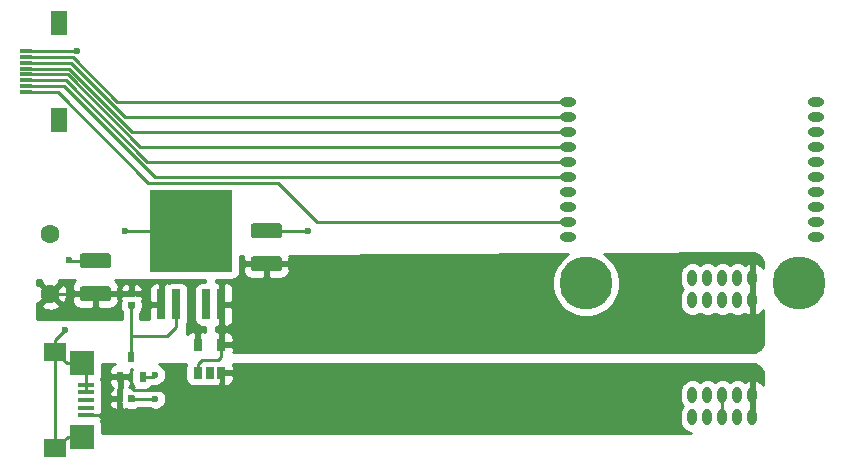
<source format=gbr>
G04 #@! TF.GenerationSoftware,KiCad,Pcbnew,(5.1.4)-1*
G04 #@! TF.CreationDate,2019-11-08T16:07:48+09:00*
G04 #@! TF.ProjectId,signaltowr_hikarikensyutu,7369676e-616c-4746-9f77-725f68696b61,rev?*
G04 #@! TF.SameCoordinates,Original*
G04 #@! TF.FileFunction,Copper,L1,Top*
G04 #@! TF.FilePolarity,Positive*
%FSLAX46Y46*%
G04 Gerber Fmt 4.6, Leading zero omitted, Abs format (unit mm)*
G04 Created by KiCad (PCBNEW (5.1.4)-1) date 2019-11-08 16:07:48*
%MOMM*%
%LPD*%
G04 APERTURE LIST*
%ADD10R,0.600000X0.900000*%
%ADD11C,0.100000*%
%ADD12C,0.590000*%
%ADD13C,4.500000*%
%ADD14O,0.800000X1.400000*%
%ADD15O,1.400000X0.800000*%
%ADD16R,7.000000X7.000000*%
%ADD17R,0.760000X2.500000*%
%ADD18R,1.050000X0.350000*%
%ADD19R,1.350000X2.000000*%
%ADD20C,1.600000*%
%ADD21R,1.350000X0.400000*%
%ADD22R,1.900000X1.600000*%
%ADD23R,2.000000X2.100000*%
%ADD24R,0.800000X1.000000*%
%ADD25R,0.700000X1.000000*%
%ADD26C,1.250000*%
%ADD27C,0.600000*%
%ADD28C,0.250000*%
%ADD29C,0.254000*%
G04 APERTURE END LIST*
D10*
X102108000Y-88138000D03*
X103058000Y-89838000D03*
X101158000Y-89838000D03*
D11*
G36*
X102294958Y-83479710D02*
G01*
X102309276Y-83481834D01*
X102323317Y-83485351D01*
X102336946Y-83490228D01*
X102350031Y-83496417D01*
X102362447Y-83503858D01*
X102374073Y-83512481D01*
X102384798Y-83522202D01*
X102394519Y-83532927D01*
X102403142Y-83544553D01*
X102410583Y-83556969D01*
X102416772Y-83570054D01*
X102421649Y-83583683D01*
X102425166Y-83597724D01*
X102427290Y-83612042D01*
X102428000Y-83626500D01*
X102428000Y-83921500D01*
X102427290Y-83935958D01*
X102425166Y-83950276D01*
X102421649Y-83964317D01*
X102416772Y-83977946D01*
X102410583Y-83991031D01*
X102403142Y-84003447D01*
X102394519Y-84015073D01*
X102384798Y-84025798D01*
X102374073Y-84035519D01*
X102362447Y-84044142D01*
X102350031Y-84051583D01*
X102336946Y-84057772D01*
X102323317Y-84062649D01*
X102309276Y-84066166D01*
X102294958Y-84068290D01*
X102280500Y-84069000D01*
X101935500Y-84069000D01*
X101921042Y-84068290D01*
X101906724Y-84066166D01*
X101892683Y-84062649D01*
X101879054Y-84057772D01*
X101865969Y-84051583D01*
X101853553Y-84044142D01*
X101841927Y-84035519D01*
X101831202Y-84025798D01*
X101821481Y-84015073D01*
X101812858Y-84003447D01*
X101805417Y-83991031D01*
X101799228Y-83977946D01*
X101794351Y-83964317D01*
X101790834Y-83950276D01*
X101788710Y-83935958D01*
X101788000Y-83921500D01*
X101788000Y-83626500D01*
X101788710Y-83612042D01*
X101790834Y-83597724D01*
X101794351Y-83583683D01*
X101799228Y-83570054D01*
X101805417Y-83556969D01*
X101812858Y-83544553D01*
X101821481Y-83532927D01*
X101831202Y-83522202D01*
X101841927Y-83512481D01*
X101853553Y-83503858D01*
X101865969Y-83496417D01*
X101879054Y-83490228D01*
X101892683Y-83485351D01*
X101906724Y-83481834D01*
X101921042Y-83479710D01*
X101935500Y-83479000D01*
X102280500Y-83479000D01*
X102294958Y-83479710D01*
X102294958Y-83479710D01*
G37*
D12*
X102108000Y-83774000D03*
D11*
G36*
X102294958Y-82509710D02*
G01*
X102309276Y-82511834D01*
X102323317Y-82515351D01*
X102336946Y-82520228D01*
X102350031Y-82526417D01*
X102362447Y-82533858D01*
X102374073Y-82542481D01*
X102384798Y-82552202D01*
X102394519Y-82562927D01*
X102403142Y-82574553D01*
X102410583Y-82586969D01*
X102416772Y-82600054D01*
X102421649Y-82613683D01*
X102425166Y-82627724D01*
X102427290Y-82642042D01*
X102428000Y-82656500D01*
X102428000Y-82951500D01*
X102427290Y-82965958D01*
X102425166Y-82980276D01*
X102421649Y-82994317D01*
X102416772Y-83007946D01*
X102410583Y-83021031D01*
X102403142Y-83033447D01*
X102394519Y-83045073D01*
X102384798Y-83055798D01*
X102374073Y-83065519D01*
X102362447Y-83074142D01*
X102350031Y-83081583D01*
X102336946Y-83087772D01*
X102323317Y-83092649D01*
X102309276Y-83096166D01*
X102294958Y-83098290D01*
X102280500Y-83099000D01*
X101935500Y-83099000D01*
X101921042Y-83098290D01*
X101906724Y-83096166D01*
X101892683Y-83092649D01*
X101879054Y-83087772D01*
X101865969Y-83081583D01*
X101853553Y-83074142D01*
X101841927Y-83065519D01*
X101831202Y-83055798D01*
X101821481Y-83045073D01*
X101812858Y-83033447D01*
X101805417Y-83021031D01*
X101799228Y-83007946D01*
X101794351Y-82994317D01*
X101790834Y-82980276D01*
X101788710Y-82965958D01*
X101788000Y-82951500D01*
X101788000Y-82656500D01*
X101788710Y-82642042D01*
X101790834Y-82627724D01*
X101794351Y-82613683D01*
X101799228Y-82600054D01*
X101805417Y-82586969D01*
X101812858Y-82574553D01*
X101821481Y-82562927D01*
X101831202Y-82552202D01*
X101841927Y-82542481D01*
X101853553Y-82533858D01*
X101865969Y-82526417D01*
X101879054Y-82520228D01*
X101892683Y-82515351D01*
X101906724Y-82511834D01*
X101921042Y-82509710D01*
X101935500Y-82509000D01*
X102280500Y-82509000D01*
X102294958Y-82509710D01*
X102294958Y-82509710D01*
G37*
D12*
X102108000Y-82804000D03*
D13*
X140606000Y-81923000D03*
X158606000Y-81923000D03*
D14*
X149606000Y-81463000D03*
X150876000Y-81463000D03*
X152146000Y-81463000D03*
X153416000Y-81463000D03*
X154686000Y-81463000D03*
X149606000Y-83383000D03*
X150876000Y-83383000D03*
X152146000Y-83383000D03*
X153416000Y-83383000D03*
X154686000Y-83383000D03*
D15*
X160091000Y-77978000D03*
X160091000Y-76708000D03*
X160091000Y-75438000D03*
X160091000Y-74168000D03*
X160091000Y-72898000D03*
X160091000Y-71628000D03*
X160091000Y-70358000D03*
X160091000Y-69088000D03*
X139121000Y-77978000D03*
X139121000Y-76708000D03*
X139121000Y-75438000D03*
X139121000Y-74168000D03*
X139121000Y-72898000D03*
X139121000Y-71628000D03*
X139121000Y-70358000D03*
X139121000Y-69088000D03*
X139121000Y-67818000D03*
X139121000Y-66548000D03*
X160091000Y-67818000D03*
X160091000Y-66548000D03*
D16*
X107188000Y-77470000D03*
D17*
X105918000Y-83720000D03*
X104648000Y-83720000D03*
X109728000Y-83720000D03*
X108458000Y-83720000D03*
D11*
G36*
X102269958Y-91374710D02*
G01*
X102284276Y-91376834D01*
X102298317Y-91380351D01*
X102311946Y-91385228D01*
X102325031Y-91391417D01*
X102337447Y-91398858D01*
X102349073Y-91407481D01*
X102359798Y-91417202D01*
X102369519Y-91427927D01*
X102378142Y-91439553D01*
X102385583Y-91451969D01*
X102391772Y-91465054D01*
X102396649Y-91478683D01*
X102400166Y-91492724D01*
X102402290Y-91507042D01*
X102403000Y-91521500D01*
X102403000Y-91866500D01*
X102402290Y-91880958D01*
X102400166Y-91895276D01*
X102396649Y-91909317D01*
X102391772Y-91922946D01*
X102385583Y-91936031D01*
X102378142Y-91948447D01*
X102369519Y-91960073D01*
X102359798Y-91970798D01*
X102349073Y-91980519D01*
X102337447Y-91989142D01*
X102325031Y-91996583D01*
X102311946Y-92002772D01*
X102298317Y-92007649D01*
X102284276Y-92011166D01*
X102269958Y-92013290D01*
X102255500Y-92014000D01*
X101960500Y-92014000D01*
X101946042Y-92013290D01*
X101931724Y-92011166D01*
X101917683Y-92007649D01*
X101904054Y-92002772D01*
X101890969Y-91996583D01*
X101878553Y-91989142D01*
X101866927Y-91980519D01*
X101856202Y-91970798D01*
X101846481Y-91960073D01*
X101837858Y-91948447D01*
X101830417Y-91936031D01*
X101824228Y-91922946D01*
X101819351Y-91909317D01*
X101815834Y-91895276D01*
X101813710Y-91880958D01*
X101813000Y-91866500D01*
X101813000Y-91521500D01*
X101813710Y-91507042D01*
X101815834Y-91492724D01*
X101819351Y-91478683D01*
X101824228Y-91465054D01*
X101830417Y-91451969D01*
X101837858Y-91439553D01*
X101846481Y-91427927D01*
X101856202Y-91417202D01*
X101866927Y-91407481D01*
X101878553Y-91398858D01*
X101890969Y-91391417D01*
X101904054Y-91385228D01*
X101917683Y-91380351D01*
X101931724Y-91376834D01*
X101946042Y-91374710D01*
X101960500Y-91374000D01*
X102255500Y-91374000D01*
X102269958Y-91374710D01*
X102269958Y-91374710D01*
G37*
D12*
X102108000Y-91694000D03*
D11*
G36*
X101299958Y-91374710D02*
G01*
X101314276Y-91376834D01*
X101328317Y-91380351D01*
X101341946Y-91385228D01*
X101355031Y-91391417D01*
X101367447Y-91398858D01*
X101379073Y-91407481D01*
X101389798Y-91417202D01*
X101399519Y-91427927D01*
X101408142Y-91439553D01*
X101415583Y-91451969D01*
X101421772Y-91465054D01*
X101426649Y-91478683D01*
X101430166Y-91492724D01*
X101432290Y-91507042D01*
X101433000Y-91521500D01*
X101433000Y-91866500D01*
X101432290Y-91880958D01*
X101430166Y-91895276D01*
X101426649Y-91909317D01*
X101421772Y-91922946D01*
X101415583Y-91936031D01*
X101408142Y-91948447D01*
X101399519Y-91960073D01*
X101389798Y-91970798D01*
X101379073Y-91980519D01*
X101367447Y-91989142D01*
X101355031Y-91996583D01*
X101341946Y-92002772D01*
X101328317Y-92007649D01*
X101314276Y-92011166D01*
X101299958Y-92013290D01*
X101285500Y-92014000D01*
X100990500Y-92014000D01*
X100976042Y-92013290D01*
X100961724Y-92011166D01*
X100947683Y-92007649D01*
X100934054Y-92002772D01*
X100920969Y-91996583D01*
X100908553Y-91989142D01*
X100896927Y-91980519D01*
X100886202Y-91970798D01*
X100876481Y-91960073D01*
X100867858Y-91948447D01*
X100860417Y-91936031D01*
X100854228Y-91922946D01*
X100849351Y-91909317D01*
X100845834Y-91895276D01*
X100843710Y-91880958D01*
X100843000Y-91866500D01*
X100843000Y-91521500D01*
X100843710Y-91507042D01*
X100845834Y-91492724D01*
X100849351Y-91478683D01*
X100854228Y-91465054D01*
X100860417Y-91451969D01*
X100867858Y-91439553D01*
X100876481Y-91427927D01*
X100886202Y-91417202D01*
X100896927Y-91407481D01*
X100908553Y-91398858D01*
X100920969Y-91391417D01*
X100934054Y-91385228D01*
X100947683Y-91380351D01*
X100961724Y-91376834D01*
X100976042Y-91374710D01*
X100990500Y-91374000D01*
X101285500Y-91374000D01*
X101299958Y-91374710D01*
X101299958Y-91374710D01*
G37*
D12*
X101138000Y-91694000D03*
D14*
X149606000Y-91369000D03*
X150876000Y-91369000D03*
X152146000Y-91369000D03*
X153416000Y-91369000D03*
X154686000Y-91369000D03*
X154686000Y-93289000D03*
X149606000Y-93289000D03*
X150876000Y-93289000D03*
X153416000Y-93289000D03*
X152146000Y-93289000D03*
D18*
X93218000Y-65746000D03*
X93218000Y-65246000D03*
X93218000Y-64746000D03*
X93218000Y-64246000D03*
X93218000Y-62246000D03*
X93218000Y-62746000D03*
X93218000Y-63246000D03*
X93218000Y-63746000D03*
D19*
X95968000Y-59896000D03*
X95968000Y-68096000D03*
D20*
X95250000Y-77724000D03*
X95250000Y-82804000D03*
D21*
X98298000Y-91156000D03*
X98298000Y-91806000D03*
X98298000Y-92456000D03*
X98298000Y-90506000D03*
D22*
X95623000Y-95906000D03*
D23*
X97973000Y-94906000D03*
D22*
X95623000Y-87706000D03*
D21*
X98298000Y-93106000D03*
D23*
X97973000Y-88706000D03*
D24*
X107728000Y-87122000D03*
X109728000Y-87122000D03*
X109728000Y-89522000D03*
X107728000Y-89522000D03*
D25*
X108728000Y-89522000D03*
D11*
G36*
X114637504Y-76840204D02*
G01*
X114661773Y-76843804D01*
X114685571Y-76849765D01*
X114708671Y-76858030D01*
X114730849Y-76868520D01*
X114751893Y-76881133D01*
X114771598Y-76895747D01*
X114789777Y-76912223D01*
X114806253Y-76930402D01*
X114820867Y-76950107D01*
X114833480Y-76971151D01*
X114843970Y-76993329D01*
X114852235Y-77016429D01*
X114858196Y-77040227D01*
X114861796Y-77064496D01*
X114863000Y-77089000D01*
X114863000Y-77839000D01*
X114861796Y-77863504D01*
X114858196Y-77887773D01*
X114852235Y-77911571D01*
X114843970Y-77934671D01*
X114833480Y-77956849D01*
X114820867Y-77977893D01*
X114806253Y-77997598D01*
X114789777Y-78015777D01*
X114771598Y-78032253D01*
X114751893Y-78046867D01*
X114730849Y-78059480D01*
X114708671Y-78069970D01*
X114685571Y-78078235D01*
X114661773Y-78084196D01*
X114637504Y-78087796D01*
X114613000Y-78089000D01*
X112463000Y-78089000D01*
X112438496Y-78087796D01*
X112414227Y-78084196D01*
X112390429Y-78078235D01*
X112367329Y-78069970D01*
X112345151Y-78059480D01*
X112324107Y-78046867D01*
X112304402Y-78032253D01*
X112286223Y-78015777D01*
X112269747Y-77997598D01*
X112255133Y-77977893D01*
X112242520Y-77956849D01*
X112232030Y-77934671D01*
X112223765Y-77911571D01*
X112217804Y-77887773D01*
X112214204Y-77863504D01*
X112213000Y-77839000D01*
X112213000Y-77089000D01*
X112214204Y-77064496D01*
X112217804Y-77040227D01*
X112223765Y-77016429D01*
X112232030Y-76993329D01*
X112242520Y-76971151D01*
X112255133Y-76950107D01*
X112269747Y-76930402D01*
X112286223Y-76912223D01*
X112304402Y-76895747D01*
X112324107Y-76881133D01*
X112345151Y-76868520D01*
X112367329Y-76858030D01*
X112390429Y-76849765D01*
X112414227Y-76843804D01*
X112438496Y-76840204D01*
X112463000Y-76839000D01*
X114613000Y-76839000D01*
X114637504Y-76840204D01*
X114637504Y-76840204D01*
G37*
D26*
X113538000Y-77464000D03*
D11*
G36*
X114637504Y-79640204D02*
G01*
X114661773Y-79643804D01*
X114685571Y-79649765D01*
X114708671Y-79658030D01*
X114730849Y-79668520D01*
X114751893Y-79681133D01*
X114771598Y-79695747D01*
X114789777Y-79712223D01*
X114806253Y-79730402D01*
X114820867Y-79750107D01*
X114833480Y-79771151D01*
X114843970Y-79793329D01*
X114852235Y-79816429D01*
X114858196Y-79840227D01*
X114861796Y-79864496D01*
X114863000Y-79889000D01*
X114863000Y-80639000D01*
X114861796Y-80663504D01*
X114858196Y-80687773D01*
X114852235Y-80711571D01*
X114843970Y-80734671D01*
X114833480Y-80756849D01*
X114820867Y-80777893D01*
X114806253Y-80797598D01*
X114789777Y-80815777D01*
X114771598Y-80832253D01*
X114751893Y-80846867D01*
X114730849Y-80859480D01*
X114708671Y-80869970D01*
X114685571Y-80878235D01*
X114661773Y-80884196D01*
X114637504Y-80887796D01*
X114613000Y-80889000D01*
X112463000Y-80889000D01*
X112438496Y-80887796D01*
X112414227Y-80884196D01*
X112390429Y-80878235D01*
X112367329Y-80869970D01*
X112345151Y-80859480D01*
X112324107Y-80846867D01*
X112304402Y-80832253D01*
X112286223Y-80815777D01*
X112269747Y-80797598D01*
X112255133Y-80777893D01*
X112242520Y-80756849D01*
X112232030Y-80734671D01*
X112223765Y-80711571D01*
X112217804Y-80687773D01*
X112214204Y-80663504D01*
X112213000Y-80639000D01*
X112213000Y-79889000D01*
X112214204Y-79864496D01*
X112217804Y-79840227D01*
X112223765Y-79816429D01*
X112232030Y-79793329D01*
X112242520Y-79771151D01*
X112255133Y-79750107D01*
X112269747Y-79730402D01*
X112286223Y-79712223D01*
X112304402Y-79695747D01*
X112324107Y-79681133D01*
X112345151Y-79668520D01*
X112367329Y-79658030D01*
X112390429Y-79649765D01*
X112414227Y-79643804D01*
X112438496Y-79640204D01*
X112463000Y-79639000D01*
X114613000Y-79639000D01*
X114637504Y-79640204D01*
X114637504Y-79640204D01*
G37*
D26*
X113538000Y-80264000D03*
D11*
G36*
X100159504Y-79380204D02*
G01*
X100183773Y-79383804D01*
X100207571Y-79389765D01*
X100230671Y-79398030D01*
X100252849Y-79408520D01*
X100273893Y-79421133D01*
X100293598Y-79435747D01*
X100311777Y-79452223D01*
X100328253Y-79470402D01*
X100342867Y-79490107D01*
X100355480Y-79511151D01*
X100365970Y-79533329D01*
X100374235Y-79556429D01*
X100380196Y-79580227D01*
X100383796Y-79604496D01*
X100385000Y-79629000D01*
X100385000Y-80379000D01*
X100383796Y-80403504D01*
X100380196Y-80427773D01*
X100374235Y-80451571D01*
X100365970Y-80474671D01*
X100355480Y-80496849D01*
X100342867Y-80517893D01*
X100328253Y-80537598D01*
X100311777Y-80555777D01*
X100293598Y-80572253D01*
X100273893Y-80586867D01*
X100252849Y-80599480D01*
X100230671Y-80609970D01*
X100207571Y-80618235D01*
X100183773Y-80624196D01*
X100159504Y-80627796D01*
X100135000Y-80629000D01*
X97985000Y-80629000D01*
X97960496Y-80627796D01*
X97936227Y-80624196D01*
X97912429Y-80618235D01*
X97889329Y-80609970D01*
X97867151Y-80599480D01*
X97846107Y-80586867D01*
X97826402Y-80572253D01*
X97808223Y-80555777D01*
X97791747Y-80537598D01*
X97777133Y-80517893D01*
X97764520Y-80496849D01*
X97754030Y-80474671D01*
X97745765Y-80451571D01*
X97739804Y-80427773D01*
X97736204Y-80403504D01*
X97735000Y-80379000D01*
X97735000Y-79629000D01*
X97736204Y-79604496D01*
X97739804Y-79580227D01*
X97745765Y-79556429D01*
X97754030Y-79533329D01*
X97764520Y-79511151D01*
X97777133Y-79490107D01*
X97791747Y-79470402D01*
X97808223Y-79452223D01*
X97826402Y-79435747D01*
X97846107Y-79421133D01*
X97867151Y-79408520D01*
X97889329Y-79398030D01*
X97912429Y-79389765D01*
X97936227Y-79383804D01*
X97960496Y-79380204D01*
X97985000Y-79379000D01*
X100135000Y-79379000D01*
X100159504Y-79380204D01*
X100159504Y-79380204D01*
G37*
D26*
X99060000Y-80004000D03*
D11*
G36*
X100159504Y-82180204D02*
G01*
X100183773Y-82183804D01*
X100207571Y-82189765D01*
X100230671Y-82198030D01*
X100252849Y-82208520D01*
X100273893Y-82221133D01*
X100293598Y-82235747D01*
X100311777Y-82252223D01*
X100328253Y-82270402D01*
X100342867Y-82290107D01*
X100355480Y-82311151D01*
X100365970Y-82333329D01*
X100374235Y-82356429D01*
X100380196Y-82380227D01*
X100383796Y-82404496D01*
X100385000Y-82429000D01*
X100385000Y-83179000D01*
X100383796Y-83203504D01*
X100380196Y-83227773D01*
X100374235Y-83251571D01*
X100365970Y-83274671D01*
X100355480Y-83296849D01*
X100342867Y-83317893D01*
X100328253Y-83337598D01*
X100311777Y-83355777D01*
X100293598Y-83372253D01*
X100273893Y-83386867D01*
X100252849Y-83399480D01*
X100230671Y-83409970D01*
X100207571Y-83418235D01*
X100183773Y-83424196D01*
X100159504Y-83427796D01*
X100135000Y-83429000D01*
X97985000Y-83429000D01*
X97960496Y-83427796D01*
X97936227Y-83424196D01*
X97912429Y-83418235D01*
X97889329Y-83409970D01*
X97867151Y-83399480D01*
X97846107Y-83386867D01*
X97826402Y-83372253D01*
X97808223Y-83355777D01*
X97791747Y-83337598D01*
X97777133Y-83317893D01*
X97764520Y-83296849D01*
X97754030Y-83274671D01*
X97745765Y-83251571D01*
X97739804Y-83227773D01*
X97736204Y-83203504D01*
X97735000Y-83179000D01*
X97735000Y-82429000D01*
X97736204Y-82404496D01*
X97739804Y-82380227D01*
X97745765Y-82356429D01*
X97754030Y-82333329D01*
X97764520Y-82311151D01*
X97777133Y-82290107D01*
X97791747Y-82270402D01*
X97808223Y-82252223D01*
X97826402Y-82235747D01*
X97846107Y-82221133D01*
X97867151Y-82208520D01*
X97889329Y-82198030D01*
X97912429Y-82189765D01*
X97936227Y-82183804D01*
X97960496Y-82180204D01*
X97985000Y-82179000D01*
X100135000Y-82179000D01*
X100159504Y-82180204D01*
X100159504Y-82180204D01*
G37*
D26*
X99060000Y-82804000D03*
D27*
X97536000Y-62230000D03*
X96520000Y-85852000D03*
X96819999Y-79964001D03*
X104140000Y-89662000D03*
X104140000Y-91694000D03*
X101600000Y-77470000D03*
X117094000Y-77470000D03*
D28*
X99060000Y-82804000D02*
X102108000Y-82804000D01*
X102108000Y-82804000D02*
X102870000Y-82804000D01*
X103786000Y-83720000D02*
X104648000Y-83720000D01*
X102870000Y-82804000D02*
X103786000Y-83720000D01*
X104648000Y-82220000D02*
X105080000Y-81788000D01*
X104648000Y-83720000D02*
X104648000Y-82220000D01*
X105080000Y-81788000D02*
X106934000Y-81788000D01*
X106934000Y-81788000D02*
X107188000Y-82042000D01*
X107188000Y-82042000D02*
X107188000Y-85598000D01*
X107728000Y-86138000D02*
X107728000Y-87122000D01*
X107188000Y-85598000D02*
X107728000Y-86138000D01*
X99060000Y-82804000D02*
X95250000Y-82804000D01*
X107728000Y-88772000D02*
X108108000Y-88392000D01*
X107728000Y-89522000D02*
X107728000Y-88772000D01*
X108108000Y-88392000D02*
X109474000Y-88392000D01*
X109728000Y-88138000D02*
X109728000Y-87122000D01*
X109474000Y-88392000D02*
X109728000Y-88138000D01*
X109728000Y-87122000D02*
X109728000Y-83720000D01*
X113538000Y-83058000D02*
X113538000Y-80264000D01*
X112876000Y-83720000D02*
X113538000Y-83058000D01*
X154686000Y-83058000D02*
X154686000Y-83438318D01*
X112676000Y-85244000D02*
X112676000Y-83720000D01*
X112676000Y-83720000D02*
X112876000Y-83720000D01*
X109728000Y-83720000D02*
X112676000Y-83720000D01*
X154686000Y-83058000D02*
X154686000Y-86106000D01*
X154686000Y-86106000D02*
X154178000Y-86614000D01*
X154178000Y-86614000D02*
X114046000Y-86614000D01*
X114046000Y-86614000D02*
X112676000Y-85244000D01*
X93218000Y-62246000D02*
X97520000Y-62246000D01*
X97520000Y-62246000D02*
X97536000Y-62230000D01*
X98298000Y-90506000D02*
X98298000Y-91156000D01*
X98298000Y-89031000D02*
X97973000Y-88706000D01*
X98298000Y-90506000D02*
X98298000Y-89031000D01*
X96623000Y-88706000D02*
X95623000Y-87706000D01*
X97973000Y-88706000D02*
X96623000Y-88706000D01*
X95723000Y-95906000D02*
X95623000Y-95906000D01*
X96723000Y-94906000D02*
X95723000Y-95906000D01*
X97973000Y-94906000D02*
X96723000Y-94906000D01*
X95623000Y-94856000D02*
X95623000Y-87706000D01*
X95623000Y-95906000D02*
X95623000Y-94856000D01*
X95623000Y-87706000D02*
X95623000Y-86749000D01*
X95623000Y-86749000D02*
X96520000Y-85852000D01*
X96859998Y-80004000D02*
X96819999Y-79964001D01*
X99060000Y-80004000D02*
X96859998Y-80004000D01*
X103058000Y-89838000D02*
X103964000Y-89838000D01*
X103964000Y-89838000D02*
X104140000Y-89662000D01*
X102108000Y-91694000D02*
X104140000Y-91694000D01*
X107188000Y-77470000D02*
X101600000Y-77470000D01*
X113538000Y-77464000D02*
X117088000Y-77464000D01*
X117088000Y-77464000D02*
X117094000Y-77470000D01*
X105918000Y-83720000D02*
X105918000Y-85598000D01*
X105156000Y-86360000D02*
X102108000Y-86360000D01*
X105918000Y-85598000D02*
X105156000Y-86360000D01*
X102108000Y-83774000D02*
X102108000Y-86360000D01*
X102108000Y-86360000D02*
X102108000Y-88138000D01*
X104096948Y-72898000D02*
X139446000Y-72898000D01*
X96444948Y-65246000D02*
X104096948Y-72898000D01*
X93218000Y-65246000D02*
X96444948Y-65246000D01*
X103463358Y-71628000D02*
X139446000Y-71628000D01*
X96581358Y-64746000D02*
X103463358Y-71628000D01*
X93218000Y-64746000D02*
X96581358Y-64746000D01*
X102829768Y-70358000D02*
X139446000Y-70358000D01*
X96717768Y-64246000D02*
X102829768Y-70358000D01*
X93218000Y-64246000D02*
X96717768Y-64246000D01*
X102196178Y-69088000D02*
X139446000Y-69088000D01*
X96854178Y-63746000D02*
X102196178Y-69088000D01*
X93218000Y-63746000D02*
X96854178Y-63746000D01*
X101562588Y-67818000D02*
X139446000Y-67818000D01*
X96990588Y-63246000D02*
X101562588Y-67818000D01*
X93218000Y-63246000D02*
X96990588Y-63246000D01*
X100928998Y-66548000D02*
X139446000Y-66548000D01*
X97126998Y-62746000D02*
X100928998Y-66548000D01*
X93218000Y-62746000D02*
X97126998Y-62746000D01*
X95878002Y-65746000D02*
X103538002Y-73406000D01*
X93218000Y-65746000D02*
X95878002Y-65746000D01*
X103538002Y-73406000D02*
X114554000Y-73406000D01*
X117856000Y-76708000D02*
X139446000Y-76708000D01*
X114554000Y-73406000D02*
X117856000Y-76708000D01*
X152146000Y-91694000D02*
X152146000Y-92964000D01*
X154686000Y-92964000D02*
X154686000Y-91694000D01*
X101138000Y-89858000D02*
X101158000Y-89838000D01*
X101138000Y-91694000D02*
X101138000Y-89858000D01*
X98298000Y-93106000D02*
X100696000Y-93106000D01*
X100696000Y-93106000D02*
X101138000Y-92664000D01*
X101138000Y-92664000D02*
X101138000Y-91694000D01*
X101708000Y-89838000D02*
X102108000Y-90238000D01*
X102108000Y-90238000D02*
X102108000Y-90678000D01*
X102108000Y-90678000D02*
X102362000Y-90932000D01*
X102362000Y-90932000D02*
X109474000Y-90932000D01*
X109728000Y-90678000D02*
X109728000Y-89522000D01*
X101158000Y-89838000D02*
X101708000Y-89838000D01*
X109474000Y-90932000D02*
X109728000Y-90678000D01*
X154686000Y-91694000D02*
X154686000Y-90170000D01*
X154038000Y-89522000D02*
X109728000Y-89522000D01*
X154686000Y-90170000D02*
X154038000Y-89522000D01*
D29*
G36*
X154868103Y-79397058D02*
G01*
X155032541Y-79446143D01*
X155184186Y-79526468D01*
X155317180Y-79634931D01*
X155426365Y-79767328D01*
X155507517Y-79918529D01*
X155557503Y-80082705D01*
X155575000Y-80259737D01*
X155575000Y-80623125D01*
X155476013Y-80482388D01*
X155328052Y-80341342D01*
X155155418Y-80231872D01*
X154972123Y-80168334D01*
X154813000Y-80296002D01*
X154813000Y-81336000D01*
X154833000Y-81336000D01*
X154833000Y-81590000D01*
X154813000Y-81590000D01*
X154813000Y-83256000D01*
X154833000Y-83256000D01*
X154833000Y-83510000D01*
X154813000Y-83510000D01*
X154813000Y-84549998D01*
X154972123Y-84677666D01*
X155155418Y-84614128D01*
X155328052Y-84504658D01*
X155476013Y-84363612D01*
X155575000Y-84222875D01*
X155575000Y-86877766D01*
X155557624Y-87054189D01*
X155507978Y-87217850D01*
X155427362Y-87368672D01*
X155318870Y-87500870D01*
X155186672Y-87609362D01*
X155035850Y-87689978D01*
X154872189Y-87739624D01*
X154695766Y-87757000D01*
X110782405Y-87757000D01*
X110777530Y-87757094D01*
X110750275Y-87758141D01*
X110753812Y-87746482D01*
X110766072Y-87622000D01*
X110763000Y-87407750D01*
X110604250Y-87249000D01*
X109855000Y-87249000D01*
X109855000Y-87269000D01*
X109601000Y-87269000D01*
X109601000Y-87249000D01*
X109581000Y-87249000D01*
X109581000Y-86995000D01*
X109601000Y-86995000D01*
X109601000Y-86145750D01*
X109855000Y-86145750D01*
X109855000Y-86995000D01*
X110604250Y-86995000D01*
X110763000Y-86836250D01*
X110766072Y-86622000D01*
X110753812Y-86497518D01*
X110717502Y-86377820D01*
X110658537Y-86267506D01*
X110579185Y-86170815D01*
X110482494Y-86091463D01*
X110372180Y-86032498D01*
X110252482Y-85996188D01*
X110128000Y-85983928D01*
X110013750Y-85987000D01*
X109855000Y-86145750D01*
X109601000Y-86145750D01*
X109442250Y-85987000D01*
X109328000Y-85983928D01*
X109250155Y-85991595D01*
X109256015Y-85599013D01*
X109348000Y-85608072D01*
X109442250Y-85605000D01*
X109601000Y-85446250D01*
X109601000Y-83847000D01*
X109855000Y-83847000D01*
X109855000Y-85446250D01*
X110013750Y-85605000D01*
X110108000Y-85608072D01*
X110232482Y-85595812D01*
X110352180Y-85559502D01*
X110462494Y-85500537D01*
X110559185Y-85421185D01*
X110638537Y-85324494D01*
X110697502Y-85214180D01*
X110733812Y-85094482D01*
X110746072Y-84970000D01*
X110743000Y-84005750D01*
X110584250Y-83847000D01*
X109855000Y-83847000D01*
X109601000Y-83847000D01*
X109581000Y-83847000D01*
X109581000Y-83593000D01*
X109601000Y-83593000D01*
X109601000Y-81993750D01*
X109855000Y-81993750D01*
X109855000Y-83593000D01*
X110584250Y-83593000D01*
X110743000Y-83434250D01*
X110746072Y-82470000D01*
X110733812Y-82345518D01*
X110697502Y-82225820D01*
X110638537Y-82115506D01*
X110559185Y-82018815D01*
X110462494Y-81939463D01*
X110352180Y-81880498D01*
X110232482Y-81844188D01*
X110108000Y-81831928D01*
X110013750Y-81835000D01*
X109855000Y-81993750D01*
X109601000Y-81993750D01*
X109442250Y-81835000D01*
X109348000Y-81831928D01*
X109312187Y-81835455D01*
X109315581Y-81608072D01*
X110688000Y-81608072D01*
X110812482Y-81595812D01*
X110932180Y-81559502D01*
X111042494Y-81500537D01*
X111139185Y-81421185D01*
X111218537Y-81324494D01*
X111277502Y-81214180D01*
X111313812Y-81094482D01*
X111326072Y-80970000D01*
X111326072Y-80889000D01*
X111574928Y-80889000D01*
X111587188Y-81013482D01*
X111623498Y-81133180D01*
X111682463Y-81243494D01*
X111761815Y-81340185D01*
X111858506Y-81419537D01*
X111968820Y-81478502D01*
X112088518Y-81514812D01*
X112213000Y-81527072D01*
X113252250Y-81524000D01*
X113411000Y-81365250D01*
X113411000Y-80391000D01*
X113665000Y-80391000D01*
X113665000Y-81365250D01*
X113823750Y-81524000D01*
X114863000Y-81527072D01*
X114987482Y-81514812D01*
X115107180Y-81478502D01*
X115217494Y-81419537D01*
X115314185Y-81340185D01*
X115393537Y-81243494D01*
X115452502Y-81133180D01*
X115488812Y-81013482D01*
X115501072Y-80889000D01*
X115498000Y-80549750D01*
X115339250Y-80391000D01*
X113665000Y-80391000D01*
X113411000Y-80391000D01*
X111736750Y-80391000D01*
X111578000Y-80549750D01*
X111574928Y-80889000D01*
X111326072Y-80889000D01*
X111326072Y-79617493D01*
X111577181Y-79616121D01*
X111574928Y-79639000D01*
X111578000Y-79978250D01*
X111736750Y-80137000D01*
X113411000Y-80137000D01*
X113411000Y-80117000D01*
X113665000Y-80117000D01*
X113665000Y-80137000D01*
X115339250Y-80137000D01*
X115498000Y-79978250D01*
X115501072Y-79639000D01*
X115496709Y-79594703D01*
X139090636Y-79465774D01*
X138766920Y-79682074D01*
X138365074Y-80083920D01*
X138049346Y-80556440D01*
X137831869Y-81081477D01*
X137721000Y-81638852D01*
X137721000Y-82207148D01*
X137831869Y-82764523D01*
X138049346Y-83289560D01*
X138365074Y-83762080D01*
X138766920Y-84163926D01*
X139239440Y-84479654D01*
X139764477Y-84697131D01*
X140321852Y-84808000D01*
X140890148Y-84808000D01*
X141447523Y-84697131D01*
X141972560Y-84479654D01*
X142445080Y-84163926D01*
X142846926Y-83762080D01*
X143162654Y-83289560D01*
X143380131Y-82764523D01*
X143491000Y-82207148D01*
X143491000Y-81638852D01*
X143386235Y-81112162D01*
X148571000Y-81112162D01*
X148571000Y-81813837D01*
X148585976Y-81965894D01*
X148645159Y-82160992D01*
X148741266Y-82340797D01*
X148808728Y-82423000D01*
X148741266Y-82505203D01*
X148645159Y-82685008D01*
X148585976Y-82880106D01*
X148571000Y-83032163D01*
X148571000Y-83733838D01*
X148585976Y-83885895D01*
X148645160Y-84080993D01*
X148741267Y-84260797D01*
X148870605Y-84418396D01*
X149028204Y-84547734D01*
X149208008Y-84643841D01*
X149403106Y-84703024D01*
X149606000Y-84723007D01*
X149808895Y-84703024D01*
X150003993Y-84643841D01*
X150183797Y-84547734D01*
X150241001Y-84500788D01*
X150298204Y-84547734D01*
X150478008Y-84643841D01*
X150673106Y-84703024D01*
X150876000Y-84723007D01*
X151078895Y-84703024D01*
X151273993Y-84643841D01*
X151453797Y-84547734D01*
X151511001Y-84500788D01*
X151568204Y-84547734D01*
X151748008Y-84643841D01*
X151943106Y-84703024D01*
X152146000Y-84723007D01*
X152348895Y-84703024D01*
X152543993Y-84643841D01*
X152723797Y-84547734D01*
X152781001Y-84500788D01*
X152838204Y-84547734D01*
X153018008Y-84643841D01*
X153213106Y-84703024D01*
X153416000Y-84723007D01*
X153618895Y-84703024D01*
X153813993Y-84643841D01*
X153993797Y-84547734D01*
X154045267Y-84505494D01*
X154216582Y-84614128D01*
X154399877Y-84677666D01*
X154559000Y-84549998D01*
X154559000Y-83510000D01*
X154539000Y-83510000D01*
X154539000Y-83256000D01*
X154559000Y-83256000D01*
X154559000Y-81590000D01*
X154539000Y-81590000D01*
X154539000Y-81336000D01*
X154559000Y-81336000D01*
X154559000Y-80296002D01*
X154399877Y-80168334D01*
X154216582Y-80231872D01*
X154045267Y-80340506D01*
X153993797Y-80298266D01*
X153813993Y-80202159D01*
X153618895Y-80142976D01*
X153416000Y-80122993D01*
X153213106Y-80142976D01*
X153018008Y-80202159D01*
X152838204Y-80298266D01*
X152781001Y-80345212D01*
X152723797Y-80298266D01*
X152543993Y-80202159D01*
X152348895Y-80142976D01*
X152146000Y-80122993D01*
X151943106Y-80142976D01*
X151748008Y-80202159D01*
X151568204Y-80298266D01*
X151511001Y-80345212D01*
X151453797Y-80298266D01*
X151273993Y-80202159D01*
X151078895Y-80142976D01*
X150876000Y-80122993D01*
X150673106Y-80142976D01*
X150478008Y-80202159D01*
X150298204Y-80298266D01*
X150241001Y-80345212D01*
X150183797Y-80298266D01*
X150003993Y-80202159D01*
X149808895Y-80142976D01*
X149606000Y-80122993D01*
X149403106Y-80142976D01*
X149208008Y-80202159D01*
X149028204Y-80298266D01*
X148870605Y-80427604D01*
X148741267Y-80585203D01*
X148645160Y-80765007D01*
X148585976Y-80960105D01*
X148571000Y-81112162D01*
X143386235Y-81112162D01*
X143380131Y-81081477D01*
X143162654Y-80556440D01*
X142846926Y-80083920D01*
X142445080Y-79682074D01*
X142096779Y-79449347D01*
X154690963Y-79380526D01*
X154868103Y-79397058D01*
X154868103Y-79397058D01*
G37*
X154868103Y-79397058D02*
X155032541Y-79446143D01*
X155184186Y-79526468D01*
X155317180Y-79634931D01*
X155426365Y-79767328D01*
X155507517Y-79918529D01*
X155557503Y-80082705D01*
X155575000Y-80259737D01*
X155575000Y-80623125D01*
X155476013Y-80482388D01*
X155328052Y-80341342D01*
X155155418Y-80231872D01*
X154972123Y-80168334D01*
X154813000Y-80296002D01*
X154813000Y-81336000D01*
X154833000Y-81336000D01*
X154833000Y-81590000D01*
X154813000Y-81590000D01*
X154813000Y-83256000D01*
X154833000Y-83256000D01*
X154833000Y-83510000D01*
X154813000Y-83510000D01*
X154813000Y-84549998D01*
X154972123Y-84677666D01*
X155155418Y-84614128D01*
X155328052Y-84504658D01*
X155476013Y-84363612D01*
X155575000Y-84222875D01*
X155575000Y-86877766D01*
X155557624Y-87054189D01*
X155507978Y-87217850D01*
X155427362Y-87368672D01*
X155318870Y-87500870D01*
X155186672Y-87609362D01*
X155035850Y-87689978D01*
X154872189Y-87739624D01*
X154695766Y-87757000D01*
X110782405Y-87757000D01*
X110777530Y-87757094D01*
X110750275Y-87758141D01*
X110753812Y-87746482D01*
X110766072Y-87622000D01*
X110763000Y-87407750D01*
X110604250Y-87249000D01*
X109855000Y-87249000D01*
X109855000Y-87269000D01*
X109601000Y-87269000D01*
X109601000Y-87249000D01*
X109581000Y-87249000D01*
X109581000Y-86995000D01*
X109601000Y-86995000D01*
X109601000Y-86145750D01*
X109855000Y-86145750D01*
X109855000Y-86995000D01*
X110604250Y-86995000D01*
X110763000Y-86836250D01*
X110766072Y-86622000D01*
X110753812Y-86497518D01*
X110717502Y-86377820D01*
X110658537Y-86267506D01*
X110579185Y-86170815D01*
X110482494Y-86091463D01*
X110372180Y-86032498D01*
X110252482Y-85996188D01*
X110128000Y-85983928D01*
X110013750Y-85987000D01*
X109855000Y-86145750D01*
X109601000Y-86145750D01*
X109442250Y-85987000D01*
X109328000Y-85983928D01*
X109250155Y-85991595D01*
X109256015Y-85599013D01*
X109348000Y-85608072D01*
X109442250Y-85605000D01*
X109601000Y-85446250D01*
X109601000Y-83847000D01*
X109855000Y-83847000D01*
X109855000Y-85446250D01*
X110013750Y-85605000D01*
X110108000Y-85608072D01*
X110232482Y-85595812D01*
X110352180Y-85559502D01*
X110462494Y-85500537D01*
X110559185Y-85421185D01*
X110638537Y-85324494D01*
X110697502Y-85214180D01*
X110733812Y-85094482D01*
X110746072Y-84970000D01*
X110743000Y-84005750D01*
X110584250Y-83847000D01*
X109855000Y-83847000D01*
X109601000Y-83847000D01*
X109581000Y-83847000D01*
X109581000Y-83593000D01*
X109601000Y-83593000D01*
X109601000Y-81993750D01*
X109855000Y-81993750D01*
X109855000Y-83593000D01*
X110584250Y-83593000D01*
X110743000Y-83434250D01*
X110746072Y-82470000D01*
X110733812Y-82345518D01*
X110697502Y-82225820D01*
X110638537Y-82115506D01*
X110559185Y-82018815D01*
X110462494Y-81939463D01*
X110352180Y-81880498D01*
X110232482Y-81844188D01*
X110108000Y-81831928D01*
X110013750Y-81835000D01*
X109855000Y-81993750D01*
X109601000Y-81993750D01*
X109442250Y-81835000D01*
X109348000Y-81831928D01*
X109312187Y-81835455D01*
X109315581Y-81608072D01*
X110688000Y-81608072D01*
X110812482Y-81595812D01*
X110932180Y-81559502D01*
X111042494Y-81500537D01*
X111139185Y-81421185D01*
X111218537Y-81324494D01*
X111277502Y-81214180D01*
X111313812Y-81094482D01*
X111326072Y-80970000D01*
X111326072Y-80889000D01*
X111574928Y-80889000D01*
X111587188Y-81013482D01*
X111623498Y-81133180D01*
X111682463Y-81243494D01*
X111761815Y-81340185D01*
X111858506Y-81419537D01*
X111968820Y-81478502D01*
X112088518Y-81514812D01*
X112213000Y-81527072D01*
X113252250Y-81524000D01*
X113411000Y-81365250D01*
X113411000Y-80391000D01*
X113665000Y-80391000D01*
X113665000Y-81365250D01*
X113823750Y-81524000D01*
X114863000Y-81527072D01*
X114987482Y-81514812D01*
X115107180Y-81478502D01*
X115217494Y-81419537D01*
X115314185Y-81340185D01*
X115393537Y-81243494D01*
X115452502Y-81133180D01*
X115488812Y-81013482D01*
X115501072Y-80889000D01*
X115498000Y-80549750D01*
X115339250Y-80391000D01*
X113665000Y-80391000D01*
X113411000Y-80391000D01*
X111736750Y-80391000D01*
X111578000Y-80549750D01*
X111574928Y-80889000D01*
X111326072Y-80889000D01*
X111326072Y-79617493D01*
X111577181Y-79616121D01*
X111574928Y-79639000D01*
X111578000Y-79978250D01*
X111736750Y-80137000D01*
X113411000Y-80137000D01*
X113411000Y-80117000D01*
X113665000Y-80117000D01*
X113665000Y-80137000D01*
X115339250Y-80137000D01*
X115498000Y-79978250D01*
X115501072Y-79639000D01*
X115496709Y-79594703D01*
X139090636Y-79465774D01*
X138766920Y-79682074D01*
X138365074Y-80083920D01*
X138049346Y-80556440D01*
X137831869Y-81081477D01*
X137721000Y-81638852D01*
X137721000Y-82207148D01*
X137831869Y-82764523D01*
X138049346Y-83289560D01*
X138365074Y-83762080D01*
X138766920Y-84163926D01*
X139239440Y-84479654D01*
X139764477Y-84697131D01*
X140321852Y-84808000D01*
X140890148Y-84808000D01*
X141447523Y-84697131D01*
X141972560Y-84479654D01*
X142445080Y-84163926D01*
X142846926Y-83762080D01*
X143162654Y-83289560D01*
X143380131Y-82764523D01*
X143491000Y-82207148D01*
X143491000Y-81638852D01*
X143386235Y-81112162D01*
X148571000Y-81112162D01*
X148571000Y-81813837D01*
X148585976Y-81965894D01*
X148645159Y-82160992D01*
X148741266Y-82340797D01*
X148808728Y-82423000D01*
X148741266Y-82505203D01*
X148645159Y-82685008D01*
X148585976Y-82880106D01*
X148571000Y-83032163D01*
X148571000Y-83733838D01*
X148585976Y-83885895D01*
X148645160Y-84080993D01*
X148741267Y-84260797D01*
X148870605Y-84418396D01*
X149028204Y-84547734D01*
X149208008Y-84643841D01*
X149403106Y-84703024D01*
X149606000Y-84723007D01*
X149808895Y-84703024D01*
X150003993Y-84643841D01*
X150183797Y-84547734D01*
X150241001Y-84500788D01*
X150298204Y-84547734D01*
X150478008Y-84643841D01*
X150673106Y-84703024D01*
X150876000Y-84723007D01*
X151078895Y-84703024D01*
X151273993Y-84643841D01*
X151453797Y-84547734D01*
X151511001Y-84500788D01*
X151568204Y-84547734D01*
X151748008Y-84643841D01*
X151943106Y-84703024D01*
X152146000Y-84723007D01*
X152348895Y-84703024D01*
X152543993Y-84643841D01*
X152723797Y-84547734D01*
X152781001Y-84500788D01*
X152838204Y-84547734D01*
X153018008Y-84643841D01*
X153213106Y-84703024D01*
X153416000Y-84723007D01*
X153618895Y-84703024D01*
X153813993Y-84643841D01*
X153993797Y-84547734D01*
X154045267Y-84505494D01*
X154216582Y-84614128D01*
X154399877Y-84677666D01*
X154559000Y-84549998D01*
X154559000Y-83510000D01*
X154539000Y-83510000D01*
X154539000Y-83256000D01*
X154559000Y-83256000D01*
X154559000Y-81590000D01*
X154539000Y-81590000D01*
X154539000Y-81336000D01*
X154559000Y-81336000D01*
X154559000Y-80296002D01*
X154399877Y-80168334D01*
X154216582Y-80231872D01*
X154045267Y-80340506D01*
X153993797Y-80298266D01*
X153813993Y-80202159D01*
X153618895Y-80142976D01*
X153416000Y-80122993D01*
X153213106Y-80142976D01*
X153018008Y-80202159D01*
X152838204Y-80298266D01*
X152781001Y-80345212D01*
X152723797Y-80298266D01*
X152543993Y-80202159D01*
X152348895Y-80142976D01*
X152146000Y-80122993D01*
X151943106Y-80142976D01*
X151748008Y-80202159D01*
X151568204Y-80298266D01*
X151511001Y-80345212D01*
X151453797Y-80298266D01*
X151273993Y-80202159D01*
X151078895Y-80142976D01*
X150876000Y-80122993D01*
X150673106Y-80142976D01*
X150478008Y-80202159D01*
X150298204Y-80298266D01*
X150241001Y-80345212D01*
X150183797Y-80298266D01*
X150003993Y-80202159D01*
X149808895Y-80142976D01*
X149606000Y-80122993D01*
X149403106Y-80142976D01*
X149208008Y-80202159D01*
X149028204Y-80298266D01*
X148870605Y-80427604D01*
X148741267Y-80585203D01*
X148645160Y-80765007D01*
X148585976Y-80960105D01*
X148571000Y-81112162D01*
X143386235Y-81112162D01*
X143380131Y-81081477D01*
X143162654Y-80556440D01*
X142846926Y-80083920D01*
X142445080Y-79682074D01*
X142096779Y-79449347D01*
X154690963Y-79380526D01*
X154868103Y-79397058D01*
G36*
X100613820Y-88798498D02*
G01*
X100503506Y-88857463D01*
X100406815Y-88936815D01*
X100327463Y-89033506D01*
X100268498Y-89143820D01*
X100232188Y-89263518D01*
X100219928Y-89388000D01*
X100223000Y-89552250D01*
X100381750Y-89711000D01*
X101031000Y-89711000D01*
X101031000Y-89691000D01*
X101285000Y-89691000D01*
X101285000Y-89711000D01*
X101934250Y-89711000D01*
X102093000Y-89552250D01*
X102096072Y-89388000D01*
X102083812Y-89263518D01*
X102072453Y-89226072D01*
X102143547Y-89226072D01*
X102132188Y-89263518D01*
X102119928Y-89388000D01*
X102119928Y-90288000D01*
X102132188Y-90412482D01*
X102168498Y-90532180D01*
X102227463Y-90642494D01*
X102306815Y-90739185D01*
X102309304Y-90741227D01*
X102255500Y-90735928D01*
X101960500Y-90735928D01*
X101906696Y-90741227D01*
X101909185Y-90739185D01*
X101988537Y-90642494D01*
X102047502Y-90532180D01*
X102083812Y-90412482D01*
X102096072Y-90288000D01*
X102093000Y-90123750D01*
X101934250Y-89965000D01*
X101285000Y-89965000D01*
X101285000Y-90764250D01*
X101341750Y-90821000D01*
X101265000Y-90897750D01*
X101265000Y-91164237D01*
X101234726Y-91220875D01*
X101190023Y-91368243D01*
X101174928Y-91521500D01*
X101174928Y-91866500D01*
X101190023Y-92019757D01*
X101234726Y-92167125D01*
X101265000Y-92223763D01*
X101265000Y-92490250D01*
X101423750Y-92649000D01*
X101433000Y-92652072D01*
X101557482Y-92639812D01*
X101677180Y-92603502D01*
X101684316Y-92599688D01*
X101807243Y-92636977D01*
X101960500Y-92652072D01*
X102255500Y-92652072D01*
X102408757Y-92636977D01*
X102556125Y-92592274D01*
X102691940Y-92519679D01*
X102771970Y-92454000D01*
X103594465Y-92454000D01*
X103697111Y-92522586D01*
X103867271Y-92593068D01*
X104047911Y-92629000D01*
X104232089Y-92629000D01*
X104412729Y-92593068D01*
X104582889Y-92522586D01*
X104736028Y-92420262D01*
X104866262Y-92290028D01*
X104968586Y-92136889D01*
X105039068Y-91966729D01*
X105075000Y-91786089D01*
X105075000Y-91601911D01*
X105039068Y-91421271D01*
X104968586Y-91251111D01*
X104866262Y-91097972D01*
X104736028Y-90967738D01*
X104582889Y-90865414D01*
X104412729Y-90794932D01*
X104232089Y-90759000D01*
X104047911Y-90759000D01*
X103867271Y-90794932D01*
X103697111Y-90865414D01*
X103594465Y-90934000D01*
X102771970Y-90934000D01*
X102762310Y-90926072D01*
X103358000Y-90926072D01*
X103482482Y-90913812D01*
X103602180Y-90877502D01*
X103712494Y-90818537D01*
X103809185Y-90739185D01*
X103888537Y-90642494D01*
X103912320Y-90598000D01*
X103926678Y-90598000D01*
X103964000Y-90601676D01*
X104001322Y-90598000D01*
X104001333Y-90598000D01*
X104035848Y-90594601D01*
X104047911Y-90597000D01*
X104232089Y-90597000D01*
X104412729Y-90561068D01*
X104582889Y-90490586D01*
X104736028Y-90388262D01*
X104866262Y-90258028D01*
X104968586Y-90104889D01*
X105039068Y-89934729D01*
X105075000Y-89754089D01*
X105075000Y-89569911D01*
X105039068Y-89389271D01*
X104968586Y-89219111D01*
X104866262Y-89065972D01*
X104736028Y-88935738D01*
X104582889Y-88833414D01*
X104437036Y-88773000D01*
X106741074Y-88773000D01*
X106738498Y-88777820D01*
X106702188Y-88897518D01*
X106689928Y-89022000D01*
X106689928Y-90022000D01*
X106702188Y-90146482D01*
X106738498Y-90266180D01*
X106797463Y-90376494D01*
X106876815Y-90473185D01*
X106973506Y-90552537D01*
X107083820Y-90611502D01*
X107203518Y-90647812D01*
X107328000Y-90660072D01*
X108128000Y-90660072D01*
X108252482Y-90647812D01*
X108253000Y-90647655D01*
X108253518Y-90647812D01*
X108378000Y-90660072D01*
X109078000Y-90660072D01*
X109202482Y-90647812D01*
X109203000Y-90647655D01*
X109203518Y-90647812D01*
X109328000Y-90660072D01*
X109442250Y-90657000D01*
X109601000Y-90498250D01*
X109601000Y-90385678D01*
X109608537Y-90376494D01*
X109667502Y-90266180D01*
X109703812Y-90146482D01*
X109716072Y-90022000D01*
X109716072Y-89649000D01*
X109855000Y-89649000D01*
X109855000Y-90498250D01*
X110013750Y-90657000D01*
X110128000Y-90660072D01*
X110252482Y-90647812D01*
X110372180Y-90611502D01*
X110482494Y-90552537D01*
X110579185Y-90473185D01*
X110658537Y-90376494D01*
X110717502Y-90266180D01*
X110753812Y-90146482D01*
X110766072Y-90022000D01*
X110763000Y-89807750D01*
X110604250Y-89649000D01*
X109855000Y-89649000D01*
X109716072Y-89649000D01*
X109716072Y-89375000D01*
X109855000Y-89375000D01*
X109855000Y-89395000D01*
X110604250Y-89395000D01*
X110763000Y-89236250D01*
X110766072Y-89022000D01*
X110753812Y-88897518D01*
X110717502Y-88777820D01*
X110714926Y-88773000D01*
X154695766Y-88773000D01*
X154872189Y-88790376D01*
X155035850Y-88840022D01*
X155186672Y-88920638D01*
X155318870Y-89029130D01*
X155427362Y-89161328D01*
X155507978Y-89312150D01*
X155557624Y-89475811D01*
X155575000Y-89652234D01*
X155575000Y-90529125D01*
X155476013Y-90388388D01*
X155328052Y-90247342D01*
X155155418Y-90137872D01*
X154972123Y-90074334D01*
X154813000Y-90202002D01*
X154813000Y-91242000D01*
X154833000Y-91242000D01*
X154833000Y-91496000D01*
X154813000Y-91496000D01*
X154813000Y-93162000D01*
X154833000Y-93162000D01*
X154833000Y-93416000D01*
X154813000Y-93416000D01*
X154813000Y-93436000D01*
X154559000Y-93436000D01*
X154559000Y-93416000D01*
X154539000Y-93416000D01*
X154539000Y-93162000D01*
X154559000Y-93162000D01*
X154559000Y-91496000D01*
X154539000Y-91496000D01*
X154539000Y-91242000D01*
X154559000Y-91242000D01*
X154559000Y-90202002D01*
X154399877Y-90074334D01*
X154216582Y-90137872D01*
X154045267Y-90246506D01*
X153993797Y-90204266D01*
X153813992Y-90108159D01*
X153618894Y-90048976D01*
X153416000Y-90028993D01*
X153213105Y-90048976D01*
X153018007Y-90108159D01*
X152838203Y-90204266D01*
X152781000Y-90251211D01*
X152723797Y-90204266D01*
X152543992Y-90108159D01*
X152348894Y-90048976D01*
X152146000Y-90028993D01*
X151943105Y-90048976D01*
X151748007Y-90108159D01*
X151568203Y-90204266D01*
X151511000Y-90251211D01*
X151453797Y-90204266D01*
X151273992Y-90108159D01*
X151078894Y-90048976D01*
X150876000Y-90028993D01*
X150673105Y-90048976D01*
X150478007Y-90108159D01*
X150298203Y-90204266D01*
X150241000Y-90251211D01*
X150183797Y-90204266D01*
X150003992Y-90108159D01*
X149808894Y-90048976D01*
X149606000Y-90028993D01*
X149403105Y-90048976D01*
X149208007Y-90108159D01*
X149028203Y-90204266D01*
X148870604Y-90333604D01*
X148741266Y-90491203D01*
X148645159Y-90671008D01*
X148585976Y-90866106D01*
X148571000Y-91018163D01*
X148571000Y-91719838D01*
X148585976Y-91871895D01*
X148645160Y-92066993D01*
X148741267Y-92246797D01*
X148808729Y-92329000D01*
X148741267Y-92411203D01*
X148645160Y-92591007D01*
X148585976Y-92786105D01*
X148571000Y-92938162D01*
X148571000Y-93639837D01*
X148585976Y-93791894D01*
X148645159Y-93986992D01*
X148741266Y-94166797D01*
X148870604Y-94324396D01*
X149028203Y-94453734D01*
X149208007Y-94549841D01*
X149403105Y-94609024D01*
X149463782Y-94615000D01*
X99611072Y-94615000D01*
X99611072Y-93856000D01*
X99598812Y-93731518D01*
X99562502Y-93611820D01*
X99546321Y-93581548D01*
X99558521Y-93559576D01*
X99596741Y-93440474D01*
X99608000Y-93337750D01*
X99449250Y-93179000D01*
X99336678Y-93179000D01*
X99424185Y-93107185D01*
X99503537Y-93010494D01*
X99540032Y-92942218D01*
X99608000Y-92874250D01*
X99598012Y-92783120D01*
X99598812Y-92780482D01*
X99611072Y-92656000D01*
X99611072Y-92256000D01*
X99598812Y-92131518D01*
X99598655Y-92131000D01*
X99598812Y-92130482D01*
X99610284Y-92014000D01*
X100204928Y-92014000D01*
X100217188Y-92138482D01*
X100253498Y-92258180D01*
X100312463Y-92368494D01*
X100391815Y-92465185D01*
X100488506Y-92544537D01*
X100598820Y-92603502D01*
X100718518Y-92639812D01*
X100843000Y-92652072D01*
X100852250Y-92649000D01*
X101011000Y-92490250D01*
X101011000Y-91821000D01*
X100366750Y-91821000D01*
X100208000Y-91979750D01*
X100204928Y-92014000D01*
X99610284Y-92014000D01*
X99611072Y-92006000D01*
X99611072Y-91606000D01*
X99598812Y-91481518D01*
X99598655Y-91481000D01*
X99598812Y-91480482D01*
X99609299Y-91374000D01*
X100204928Y-91374000D01*
X100208000Y-91408250D01*
X100366750Y-91567000D01*
X101011000Y-91567000D01*
X101011000Y-90897750D01*
X100954250Y-90841000D01*
X101031000Y-90764250D01*
X101031000Y-89965000D01*
X100381750Y-89965000D01*
X100223000Y-90123750D01*
X100219928Y-90288000D01*
X100232188Y-90412482D01*
X100268498Y-90532180D01*
X100327463Y-90642494D01*
X100406815Y-90739185D01*
X100503506Y-90818537D01*
X100519322Y-90826991D01*
X100488506Y-90843463D01*
X100391815Y-90922815D01*
X100312463Y-91019506D01*
X100253498Y-91129820D01*
X100217188Y-91249518D01*
X100204928Y-91374000D01*
X99609299Y-91374000D01*
X99611072Y-91356000D01*
X99611072Y-90956000D01*
X99598812Y-90831518D01*
X99598655Y-90831000D01*
X99598812Y-90830482D01*
X99611072Y-90706000D01*
X99611072Y-90306000D01*
X99598812Y-90181518D01*
X99562502Y-90061820D01*
X99546028Y-90031000D01*
X99562502Y-90000180D01*
X99598812Y-89880482D01*
X99611072Y-89756000D01*
X99611072Y-88773000D01*
X100697876Y-88773000D01*
X100613820Y-88798498D01*
X100613820Y-88798498D01*
G37*
X100613820Y-88798498D02*
X100503506Y-88857463D01*
X100406815Y-88936815D01*
X100327463Y-89033506D01*
X100268498Y-89143820D01*
X100232188Y-89263518D01*
X100219928Y-89388000D01*
X100223000Y-89552250D01*
X100381750Y-89711000D01*
X101031000Y-89711000D01*
X101031000Y-89691000D01*
X101285000Y-89691000D01*
X101285000Y-89711000D01*
X101934250Y-89711000D01*
X102093000Y-89552250D01*
X102096072Y-89388000D01*
X102083812Y-89263518D01*
X102072453Y-89226072D01*
X102143547Y-89226072D01*
X102132188Y-89263518D01*
X102119928Y-89388000D01*
X102119928Y-90288000D01*
X102132188Y-90412482D01*
X102168498Y-90532180D01*
X102227463Y-90642494D01*
X102306815Y-90739185D01*
X102309304Y-90741227D01*
X102255500Y-90735928D01*
X101960500Y-90735928D01*
X101906696Y-90741227D01*
X101909185Y-90739185D01*
X101988537Y-90642494D01*
X102047502Y-90532180D01*
X102083812Y-90412482D01*
X102096072Y-90288000D01*
X102093000Y-90123750D01*
X101934250Y-89965000D01*
X101285000Y-89965000D01*
X101285000Y-90764250D01*
X101341750Y-90821000D01*
X101265000Y-90897750D01*
X101265000Y-91164237D01*
X101234726Y-91220875D01*
X101190023Y-91368243D01*
X101174928Y-91521500D01*
X101174928Y-91866500D01*
X101190023Y-92019757D01*
X101234726Y-92167125D01*
X101265000Y-92223763D01*
X101265000Y-92490250D01*
X101423750Y-92649000D01*
X101433000Y-92652072D01*
X101557482Y-92639812D01*
X101677180Y-92603502D01*
X101684316Y-92599688D01*
X101807243Y-92636977D01*
X101960500Y-92652072D01*
X102255500Y-92652072D01*
X102408757Y-92636977D01*
X102556125Y-92592274D01*
X102691940Y-92519679D01*
X102771970Y-92454000D01*
X103594465Y-92454000D01*
X103697111Y-92522586D01*
X103867271Y-92593068D01*
X104047911Y-92629000D01*
X104232089Y-92629000D01*
X104412729Y-92593068D01*
X104582889Y-92522586D01*
X104736028Y-92420262D01*
X104866262Y-92290028D01*
X104968586Y-92136889D01*
X105039068Y-91966729D01*
X105075000Y-91786089D01*
X105075000Y-91601911D01*
X105039068Y-91421271D01*
X104968586Y-91251111D01*
X104866262Y-91097972D01*
X104736028Y-90967738D01*
X104582889Y-90865414D01*
X104412729Y-90794932D01*
X104232089Y-90759000D01*
X104047911Y-90759000D01*
X103867271Y-90794932D01*
X103697111Y-90865414D01*
X103594465Y-90934000D01*
X102771970Y-90934000D01*
X102762310Y-90926072D01*
X103358000Y-90926072D01*
X103482482Y-90913812D01*
X103602180Y-90877502D01*
X103712494Y-90818537D01*
X103809185Y-90739185D01*
X103888537Y-90642494D01*
X103912320Y-90598000D01*
X103926678Y-90598000D01*
X103964000Y-90601676D01*
X104001322Y-90598000D01*
X104001333Y-90598000D01*
X104035848Y-90594601D01*
X104047911Y-90597000D01*
X104232089Y-90597000D01*
X104412729Y-90561068D01*
X104582889Y-90490586D01*
X104736028Y-90388262D01*
X104866262Y-90258028D01*
X104968586Y-90104889D01*
X105039068Y-89934729D01*
X105075000Y-89754089D01*
X105075000Y-89569911D01*
X105039068Y-89389271D01*
X104968586Y-89219111D01*
X104866262Y-89065972D01*
X104736028Y-88935738D01*
X104582889Y-88833414D01*
X104437036Y-88773000D01*
X106741074Y-88773000D01*
X106738498Y-88777820D01*
X106702188Y-88897518D01*
X106689928Y-89022000D01*
X106689928Y-90022000D01*
X106702188Y-90146482D01*
X106738498Y-90266180D01*
X106797463Y-90376494D01*
X106876815Y-90473185D01*
X106973506Y-90552537D01*
X107083820Y-90611502D01*
X107203518Y-90647812D01*
X107328000Y-90660072D01*
X108128000Y-90660072D01*
X108252482Y-90647812D01*
X108253000Y-90647655D01*
X108253518Y-90647812D01*
X108378000Y-90660072D01*
X109078000Y-90660072D01*
X109202482Y-90647812D01*
X109203000Y-90647655D01*
X109203518Y-90647812D01*
X109328000Y-90660072D01*
X109442250Y-90657000D01*
X109601000Y-90498250D01*
X109601000Y-90385678D01*
X109608537Y-90376494D01*
X109667502Y-90266180D01*
X109703812Y-90146482D01*
X109716072Y-90022000D01*
X109716072Y-89649000D01*
X109855000Y-89649000D01*
X109855000Y-90498250D01*
X110013750Y-90657000D01*
X110128000Y-90660072D01*
X110252482Y-90647812D01*
X110372180Y-90611502D01*
X110482494Y-90552537D01*
X110579185Y-90473185D01*
X110658537Y-90376494D01*
X110717502Y-90266180D01*
X110753812Y-90146482D01*
X110766072Y-90022000D01*
X110763000Y-89807750D01*
X110604250Y-89649000D01*
X109855000Y-89649000D01*
X109716072Y-89649000D01*
X109716072Y-89375000D01*
X109855000Y-89375000D01*
X109855000Y-89395000D01*
X110604250Y-89395000D01*
X110763000Y-89236250D01*
X110766072Y-89022000D01*
X110753812Y-88897518D01*
X110717502Y-88777820D01*
X110714926Y-88773000D01*
X154695766Y-88773000D01*
X154872189Y-88790376D01*
X155035850Y-88840022D01*
X155186672Y-88920638D01*
X155318870Y-89029130D01*
X155427362Y-89161328D01*
X155507978Y-89312150D01*
X155557624Y-89475811D01*
X155575000Y-89652234D01*
X155575000Y-90529125D01*
X155476013Y-90388388D01*
X155328052Y-90247342D01*
X155155418Y-90137872D01*
X154972123Y-90074334D01*
X154813000Y-90202002D01*
X154813000Y-91242000D01*
X154833000Y-91242000D01*
X154833000Y-91496000D01*
X154813000Y-91496000D01*
X154813000Y-93162000D01*
X154833000Y-93162000D01*
X154833000Y-93416000D01*
X154813000Y-93416000D01*
X154813000Y-93436000D01*
X154559000Y-93436000D01*
X154559000Y-93416000D01*
X154539000Y-93416000D01*
X154539000Y-93162000D01*
X154559000Y-93162000D01*
X154559000Y-91496000D01*
X154539000Y-91496000D01*
X154539000Y-91242000D01*
X154559000Y-91242000D01*
X154559000Y-90202002D01*
X154399877Y-90074334D01*
X154216582Y-90137872D01*
X154045267Y-90246506D01*
X153993797Y-90204266D01*
X153813992Y-90108159D01*
X153618894Y-90048976D01*
X153416000Y-90028993D01*
X153213105Y-90048976D01*
X153018007Y-90108159D01*
X152838203Y-90204266D01*
X152781000Y-90251211D01*
X152723797Y-90204266D01*
X152543992Y-90108159D01*
X152348894Y-90048976D01*
X152146000Y-90028993D01*
X151943105Y-90048976D01*
X151748007Y-90108159D01*
X151568203Y-90204266D01*
X151511000Y-90251211D01*
X151453797Y-90204266D01*
X151273992Y-90108159D01*
X151078894Y-90048976D01*
X150876000Y-90028993D01*
X150673105Y-90048976D01*
X150478007Y-90108159D01*
X150298203Y-90204266D01*
X150241000Y-90251211D01*
X150183797Y-90204266D01*
X150003992Y-90108159D01*
X149808894Y-90048976D01*
X149606000Y-90028993D01*
X149403105Y-90048976D01*
X149208007Y-90108159D01*
X149028203Y-90204266D01*
X148870604Y-90333604D01*
X148741266Y-90491203D01*
X148645159Y-90671008D01*
X148585976Y-90866106D01*
X148571000Y-91018163D01*
X148571000Y-91719838D01*
X148585976Y-91871895D01*
X148645160Y-92066993D01*
X148741267Y-92246797D01*
X148808729Y-92329000D01*
X148741267Y-92411203D01*
X148645160Y-92591007D01*
X148585976Y-92786105D01*
X148571000Y-92938162D01*
X148571000Y-93639837D01*
X148585976Y-93791894D01*
X148645159Y-93986992D01*
X148741266Y-94166797D01*
X148870604Y-94324396D01*
X149028203Y-94453734D01*
X149208007Y-94549841D01*
X149403105Y-94609024D01*
X149463782Y-94615000D01*
X99611072Y-94615000D01*
X99611072Y-93856000D01*
X99598812Y-93731518D01*
X99562502Y-93611820D01*
X99546321Y-93581548D01*
X99558521Y-93559576D01*
X99596741Y-93440474D01*
X99608000Y-93337750D01*
X99449250Y-93179000D01*
X99336678Y-93179000D01*
X99424185Y-93107185D01*
X99503537Y-93010494D01*
X99540032Y-92942218D01*
X99608000Y-92874250D01*
X99598012Y-92783120D01*
X99598812Y-92780482D01*
X99611072Y-92656000D01*
X99611072Y-92256000D01*
X99598812Y-92131518D01*
X99598655Y-92131000D01*
X99598812Y-92130482D01*
X99610284Y-92014000D01*
X100204928Y-92014000D01*
X100217188Y-92138482D01*
X100253498Y-92258180D01*
X100312463Y-92368494D01*
X100391815Y-92465185D01*
X100488506Y-92544537D01*
X100598820Y-92603502D01*
X100718518Y-92639812D01*
X100843000Y-92652072D01*
X100852250Y-92649000D01*
X101011000Y-92490250D01*
X101011000Y-91821000D01*
X100366750Y-91821000D01*
X100208000Y-91979750D01*
X100204928Y-92014000D01*
X99610284Y-92014000D01*
X99611072Y-92006000D01*
X99611072Y-91606000D01*
X99598812Y-91481518D01*
X99598655Y-91481000D01*
X99598812Y-91480482D01*
X99609299Y-91374000D01*
X100204928Y-91374000D01*
X100208000Y-91408250D01*
X100366750Y-91567000D01*
X101011000Y-91567000D01*
X101011000Y-90897750D01*
X100954250Y-90841000D01*
X101031000Y-90764250D01*
X101031000Y-89965000D01*
X100381750Y-89965000D01*
X100223000Y-90123750D01*
X100219928Y-90288000D01*
X100232188Y-90412482D01*
X100268498Y-90532180D01*
X100327463Y-90642494D01*
X100406815Y-90739185D01*
X100503506Y-90818537D01*
X100519322Y-90826991D01*
X100488506Y-90843463D01*
X100391815Y-90922815D01*
X100312463Y-91019506D01*
X100253498Y-91129820D01*
X100217188Y-91249518D01*
X100204928Y-91374000D01*
X99609299Y-91374000D01*
X99611072Y-91356000D01*
X99611072Y-90956000D01*
X99598812Y-90831518D01*
X99598655Y-90831000D01*
X99598812Y-90830482D01*
X99611072Y-90706000D01*
X99611072Y-90306000D01*
X99598812Y-90181518D01*
X99562502Y-90061820D01*
X99546028Y-90031000D01*
X99562502Y-90000180D01*
X99598812Y-89880482D01*
X99611072Y-89756000D01*
X99611072Y-88773000D01*
X100697876Y-88773000D01*
X100613820Y-88798498D01*
G36*
X94436903Y-81811298D02*
G01*
X95250000Y-82624395D01*
X96063097Y-81811298D01*
X96018998Y-81661000D01*
X97365230Y-81661000D01*
X97283815Y-81727815D01*
X97204463Y-81824506D01*
X97145498Y-81934820D01*
X97109188Y-82054518D01*
X97096928Y-82179000D01*
X97100000Y-82518250D01*
X97258750Y-82677000D01*
X98933000Y-82677000D01*
X98933000Y-82657000D01*
X99187000Y-82657000D01*
X99187000Y-82677000D01*
X100861250Y-82677000D01*
X101020000Y-82518250D01*
X101020083Y-82509000D01*
X101149928Y-82509000D01*
X101153000Y-82518250D01*
X101311750Y-82677000D01*
X101981000Y-82677000D01*
X101981000Y-82032750D01*
X102235000Y-82032750D01*
X102235000Y-82677000D01*
X102904250Y-82677000D01*
X103063000Y-82518250D01*
X103066072Y-82509000D01*
X103062231Y-82470000D01*
X103629928Y-82470000D01*
X103633000Y-83434250D01*
X103791750Y-83593000D01*
X104521000Y-83593000D01*
X104521000Y-81993750D01*
X104362250Y-81835000D01*
X104268000Y-81831928D01*
X104143518Y-81844188D01*
X104023820Y-81880498D01*
X103913506Y-81939463D01*
X103816815Y-82018815D01*
X103737463Y-82115506D01*
X103678498Y-82225820D01*
X103642188Y-82345518D01*
X103629928Y-82470000D01*
X103062231Y-82470000D01*
X103053812Y-82384518D01*
X103017502Y-82264820D01*
X102958537Y-82154506D01*
X102879185Y-82057815D01*
X102782494Y-81978463D01*
X102672180Y-81919498D01*
X102552482Y-81883188D01*
X102428000Y-81870928D01*
X102393750Y-81874000D01*
X102235000Y-82032750D01*
X101981000Y-82032750D01*
X101822250Y-81874000D01*
X101788000Y-81870928D01*
X101663518Y-81883188D01*
X101543820Y-81919498D01*
X101433506Y-81978463D01*
X101336815Y-82057815D01*
X101257463Y-82154506D01*
X101198498Y-82264820D01*
X101162188Y-82384518D01*
X101149928Y-82509000D01*
X101020083Y-82509000D01*
X101023072Y-82179000D01*
X101010812Y-82054518D01*
X100974502Y-81934820D01*
X100915537Y-81824506D01*
X100836185Y-81727815D01*
X100754770Y-81661000D01*
X108331000Y-81661000D01*
X108331000Y-81831928D01*
X108078000Y-81831928D01*
X107953518Y-81844188D01*
X107833820Y-81880498D01*
X107723506Y-81939463D01*
X107626815Y-82018815D01*
X107547463Y-82115506D01*
X107488498Y-82225820D01*
X107452188Y-82345518D01*
X107439928Y-82470000D01*
X107439928Y-84970000D01*
X107452188Y-85094482D01*
X107488498Y-85214180D01*
X107547463Y-85324494D01*
X107626815Y-85421185D01*
X107723506Y-85500537D01*
X107833820Y-85559502D01*
X107953518Y-85595812D01*
X108078000Y-85608072D01*
X108331000Y-85608072D01*
X108331000Y-86020006D01*
X108252482Y-85996188D01*
X108128000Y-85983928D01*
X108013750Y-85987000D01*
X107855000Y-86145750D01*
X107855000Y-86995000D01*
X107875000Y-86995000D01*
X107875000Y-87249000D01*
X107855000Y-87249000D01*
X107855000Y-87269000D01*
X107601000Y-87269000D01*
X107601000Y-87249000D01*
X107581000Y-87249000D01*
X107581000Y-86995000D01*
X107601000Y-86995000D01*
X107601000Y-86145750D01*
X107442250Y-85987000D01*
X107328000Y-85983928D01*
X107203518Y-85996188D01*
X107083820Y-86032498D01*
X106973506Y-86091463D01*
X106876815Y-86170815D01*
X106807000Y-86255885D01*
X106807000Y-85350737D01*
X106828537Y-85324494D01*
X106887502Y-85214180D01*
X106923812Y-85094482D01*
X106936072Y-84970000D01*
X106936072Y-82470000D01*
X106923812Y-82345518D01*
X106887502Y-82225820D01*
X106828537Y-82115506D01*
X106749185Y-82018815D01*
X106652494Y-81939463D01*
X106542180Y-81880498D01*
X106422482Y-81844188D01*
X106298000Y-81831928D01*
X105538000Y-81831928D01*
X105413518Y-81844188D01*
X105293820Y-81880498D01*
X105283000Y-81886282D01*
X105272180Y-81880498D01*
X105152482Y-81844188D01*
X105028000Y-81831928D01*
X104933750Y-81835000D01*
X104775000Y-81993750D01*
X104775000Y-83593000D01*
X104795000Y-83593000D01*
X104795000Y-83847000D01*
X104775000Y-83847000D01*
X104775000Y-83867000D01*
X104521000Y-83867000D01*
X104521000Y-83847000D01*
X103791750Y-83847000D01*
X103633000Y-84005750D01*
X103629950Y-84963000D01*
X102868000Y-84963000D01*
X102868000Y-84437970D01*
X102933679Y-84357940D01*
X103006274Y-84222125D01*
X103050977Y-84074757D01*
X103066072Y-83921500D01*
X103066072Y-83626500D01*
X103050977Y-83473243D01*
X103013688Y-83350316D01*
X103017502Y-83343180D01*
X103053812Y-83223482D01*
X103066072Y-83099000D01*
X103063000Y-83089750D01*
X102904250Y-82931000D01*
X102637763Y-82931000D01*
X102581125Y-82900726D01*
X102433757Y-82856023D01*
X102280500Y-82840928D01*
X101935500Y-82840928D01*
X101782243Y-82856023D01*
X101634875Y-82900726D01*
X101578237Y-82931000D01*
X101311750Y-82931000D01*
X101153000Y-83089750D01*
X101149928Y-83099000D01*
X101162188Y-83223482D01*
X101198498Y-83343180D01*
X101202312Y-83350316D01*
X101165023Y-83473243D01*
X101149928Y-83626500D01*
X101149928Y-83921500D01*
X101165023Y-84074757D01*
X101209726Y-84222125D01*
X101282321Y-84357940D01*
X101348000Y-84437970D01*
X101348000Y-84963000D01*
X96817036Y-84963000D01*
X96792729Y-84952932D01*
X96612089Y-84917000D01*
X96427911Y-84917000D01*
X96247271Y-84952932D01*
X96222964Y-84963000D01*
X94107000Y-84963000D01*
X94107000Y-83796702D01*
X94436903Y-83796702D01*
X94508486Y-84040671D01*
X94763996Y-84161571D01*
X95038184Y-84230300D01*
X95320512Y-84244217D01*
X95600130Y-84202787D01*
X95866292Y-84107603D01*
X95991514Y-84040671D01*
X96063097Y-83796702D01*
X95250000Y-82983605D01*
X94436903Y-83796702D01*
X94107000Y-83796702D01*
X94107000Y-83572998D01*
X94257298Y-83617097D01*
X95070395Y-82804000D01*
X95429605Y-82804000D01*
X96242702Y-83617097D01*
X96486671Y-83545514D01*
X96541802Y-83429000D01*
X97096928Y-83429000D01*
X97109188Y-83553482D01*
X97145498Y-83673180D01*
X97204463Y-83783494D01*
X97283815Y-83880185D01*
X97380506Y-83959537D01*
X97490820Y-84018502D01*
X97610518Y-84054812D01*
X97735000Y-84067072D01*
X98774250Y-84064000D01*
X98933000Y-83905250D01*
X98933000Y-82931000D01*
X99187000Y-82931000D01*
X99187000Y-83905250D01*
X99345750Y-84064000D01*
X100385000Y-84067072D01*
X100509482Y-84054812D01*
X100629180Y-84018502D01*
X100739494Y-83959537D01*
X100836185Y-83880185D01*
X100915537Y-83783494D01*
X100974502Y-83673180D01*
X101010812Y-83553482D01*
X101023072Y-83429000D01*
X101020000Y-83089750D01*
X100861250Y-82931000D01*
X99187000Y-82931000D01*
X98933000Y-82931000D01*
X97258750Y-82931000D01*
X97100000Y-83089750D01*
X97096928Y-83429000D01*
X96541802Y-83429000D01*
X96607571Y-83290004D01*
X96676300Y-83015816D01*
X96690217Y-82733488D01*
X96648787Y-82453870D01*
X96553603Y-82187708D01*
X96486671Y-82062486D01*
X96242702Y-81990903D01*
X95429605Y-82804000D01*
X95070395Y-82804000D01*
X94257298Y-81990903D01*
X94107000Y-82035002D01*
X94107000Y-81661000D01*
X94481002Y-81661000D01*
X94436903Y-81811298D01*
X94436903Y-81811298D01*
G37*
X94436903Y-81811298D02*
X95250000Y-82624395D01*
X96063097Y-81811298D01*
X96018998Y-81661000D01*
X97365230Y-81661000D01*
X97283815Y-81727815D01*
X97204463Y-81824506D01*
X97145498Y-81934820D01*
X97109188Y-82054518D01*
X97096928Y-82179000D01*
X97100000Y-82518250D01*
X97258750Y-82677000D01*
X98933000Y-82677000D01*
X98933000Y-82657000D01*
X99187000Y-82657000D01*
X99187000Y-82677000D01*
X100861250Y-82677000D01*
X101020000Y-82518250D01*
X101020083Y-82509000D01*
X101149928Y-82509000D01*
X101153000Y-82518250D01*
X101311750Y-82677000D01*
X101981000Y-82677000D01*
X101981000Y-82032750D01*
X102235000Y-82032750D01*
X102235000Y-82677000D01*
X102904250Y-82677000D01*
X103063000Y-82518250D01*
X103066072Y-82509000D01*
X103062231Y-82470000D01*
X103629928Y-82470000D01*
X103633000Y-83434250D01*
X103791750Y-83593000D01*
X104521000Y-83593000D01*
X104521000Y-81993750D01*
X104362250Y-81835000D01*
X104268000Y-81831928D01*
X104143518Y-81844188D01*
X104023820Y-81880498D01*
X103913506Y-81939463D01*
X103816815Y-82018815D01*
X103737463Y-82115506D01*
X103678498Y-82225820D01*
X103642188Y-82345518D01*
X103629928Y-82470000D01*
X103062231Y-82470000D01*
X103053812Y-82384518D01*
X103017502Y-82264820D01*
X102958537Y-82154506D01*
X102879185Y-82057815D01*
X102782494Y-81978463D01*
X102672180Y-81919498D01*
X102552482Y-81883188D01*
X102428000Y-81870928D01*
X102393750Y-81874000D01*
X102235000Y-82032750D01*
X101981000Y-82032750D01*
X101822250Y-81874000D01*
X101788000Y-81870928D01*
X101663518Y-81883188D01*
X101543820Y-81919498D01*
X101433506Y-81978463D01*
X101336815Y-82057815D01*
X101257463Y-82154506D01*
X101198498Y-82264820D01*
X101162188Y-82384518D01*
X101149928Y-82509000D01*
X101020083Y-82509000D01*
X101023072Y-82179000D01*
X101010812Y-82054518D01*
X100974502Y-81934820D01*
X100915537Y-81824506D01*
X100836185Y-81727815D01*
X100754770Y-81661000D01*
X108331000Y-81661000D01*
X108331000Y-81831928D01*
X108078000Y-81831928D01*
X107953518Y-81844188D01*
X107833820Y-81880498D01*
X107723506Y-81939463D01*
X107626815Y-82018815D01*
X107547463Y-82115506D01*
X107488498Y-82225820D01*
X107452188Y-82345518D01*
X107439928Y-82470000D01*
X107439928Y-84970000D01*
X107452188Y-85094482D01*
X107488498Y-85214180D01*
X107547463Y-85324494D01*
X107626815Y-85421185D01*
X107723506Y-85500537D01*
X107833820Y-85559502D01*
X107953518Y-85595812D01*
X108078000Y-85608072D01*
X108331000Y-85608072D01*
X108331000Y-86020006D01*
X108252482Y-85996188D01*
X108128000Y-85983928D01*
X108013750Y-85987000D01*
X107855000Y-86145750D01*
X107855000Y-86995000D01*
X107875000Y-86995000D01*
X107875000Y-87249000D01*
X107855000Y-87249000D01*
X107855000Y-87269000D01*
X107601000Y-87269000D01*
X107601000Y-87249000D01*
X107581000Y-87249000D01*
X107581000Y-86995000D01*
X107601000Y-86995000D01*
X107601000Y-86145750D01*
X107442250Y-85987000D01*
X107328000Y-85983928D01*
X107203518Y-85996188D01*
X107083820Y-86032498D01*
X106973506Y-86091463D01*
X106876815Y-86170815D01*
X106807000Y-86255885D01*
X106807000Y-85350737D01*
X106828537Y-85324494D01*
X106887502Y-85214180D01*
X106923812Y-85094482D01*
X106936072Y-84970000D01*
X106936072Y-82470000D01*
X106923812Y-82345518D01*
X106887502Y-82225820D01*
X106828537Y-82115506D01*
X106749185Y-82018815D01*
X106652494Y-81939463D01*
X106542180Y-81880498D01*
X106422482Y-81844188D01*
X106298000Y-81831928D01*
X105538000Y-81831928D01*
X105413518Y-81844188D01*
X105293820Y-81880498D01*
X105283000Y-81886282D01*
X105272180Y-81880498D01*
X105152482Y-81844188D01*
X105028000Y-81831928D01*
X104933750Y-81835000D01*
X104775000Y-81993750D01*
X104775000Y-83593000D01*
X104795000Y-83593000D01*
X104795000Y-83847000D01*
X104775000Y-83847000D01*
X104775000Y-83867000D01*
X104521000Y-83867000D01*
X104521000Y-83847000D01*
X103791750Y-83847000D01*
X103633000Y-84005750D01*
X103629950Y-84963000D01*
X102868000Y-84963000D01*
X102868000Y-84437970D01*
X102933679Y-84357940D01*
X103006274Y-84222125D01*
X103050977Y-84074757D01*
X103066072Y-83921500D01*
X103066072Y-83626500D01*
X103050977Y-83473243D01*
X103013688Y-83350316D01*
X103017502Y-83343180D01*
X103053812Y-83223482D01*
X103066072Y-83099000D01*
X103063000Y-83089750D01*
X102904250Y-82931000D01*
X102637763Y-82931000D01*
X102581125Y-82900726D01*
X102433757Y-82856023D01*
X102280500Y-82840928D01*
X101935500Y-82840928D01*
X101782243Y-82856023D01*
X101634875Y-82900726D01*
X101578237Y-82931000D01*
X101311750Y-82931000D01*
X101153000Y-83089750D01*
X101149928Y-83099000D01*
X101162188Y-83223482D01*
X101198498Y-83343180D01*
X101202312Y-83350316D01*
X101165023Y-83473243D01*
X101149928Y-83626500D01*
X101149928Y-83921500D01*
X101165023Y-84074757D01*
X101209726Y-84222125D01*
X101282321Y-84357940D01*
X101348000Y-84437970D01*
X101348000Y-84963000D01*
X96817036Y-84963000D01*
X96792729Y-84952932D01*
X96612089Y-84917000D01*
X96427911Y-84917000D01*
X96247271Y-84952932D01*
X96222964Y-84963000D01*
X94107000Y-84963000D01*
X94107000Y-83796702D01*
X94436903Y-83796702D01*
X94508486Y-84040671D01*
X94763996Y-84161571D01*
X95038184Y-84230300D01*
X95320512Y-84244217D01*
X95600130Y-84202787D01*
X95866292Y-84107603D01*
X95991514Y-84040671D01*
X96063097Y-83796702D01*
X95250000Y-82983605D01*
X94436903Y-83796702D01*
X94107000Y-83796702D01*
X94107000Y-83572998D01*
X94257298Y-83617097D01*
X95070395Y-82804000D01*
X95429605Y-82804000D01*
X96242702Y-83617097D01*
X96486671Y-83545514D01*
X96541802Y-83429000D01*
X97096928Y-83429000D01*
X97109188Y-83553482D01*
X97145498Y-83673180D01*
X97204463Y-83783494D01*
X97283815Y-83880185D01*
X97380506Y-83959537D01*
X97490820Y-84018502D01*
X97610518Y-84054812D01*
X97735000Y-84067072D01*
X98774250Y-84064000D01*
X98933000Y-83905250D01*
X98933000Y-82931000D01*
X99187000Y-82931000D01*
X99187000Y-83905250D01*
X99345750Y-84064000D01*
X100385000Y-84067072D01*
X100509482Y-84054812D01*
X100629180Y-84018502D01*
X100739494Y-83959537D01*
X100836185Y-83880185D01*
X100915537Y-83783494D01*
X100974502Y-83673180D01*
X101010812Y-83553482D01*
X101023072Y-83429000D01*
X101020000Y-83089750D01*
X100861250Y-82931000D01*
X99187000Y-82931000D01*
X98933000Y-82931000D01*
X97258750Y-82931000D01*
X97100000Y-83089750D01*
X97096928Y-83429000D01*
X96541802Y-83429000D01*
X96607571Y-83290004D01*
X96676300Y-83015816D01*
X96690217Y-82733488D01*
X96648787Y-82453870D01*
X96553603Y-82187708D01*
X96486671Y-82062486D01*
X96242702Y-81990903D01*
X95429605Y-82804000D01*
X95070395Y-82804000D01*
X94257298Y-81990903D01*
X94107000Y-82035002D01*
X94107000Y-81661000D01*
X94481002Y-81661000D01*
X94436903Y-81811298D01*
M02*

</source>
